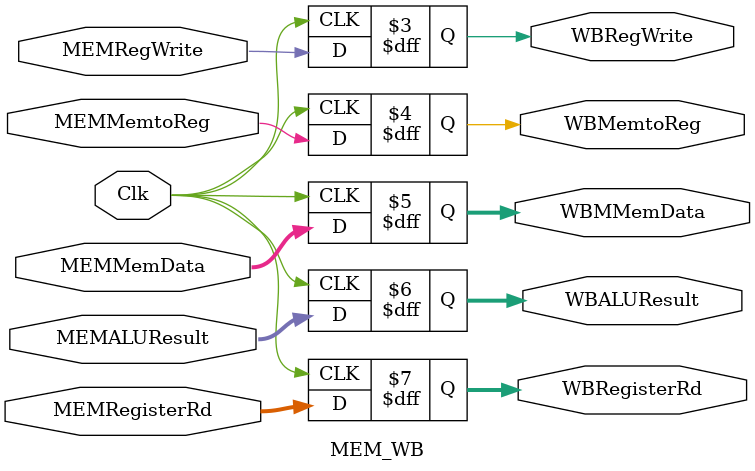
<source format=v>
`ifndef MODULE_MEM_WB
`define MODULE_MEM_WB
`timescale 1ns / 1ps

module MEM_WB(
    input Clk,
    input MEMRegWrite,
    output reg WBRegWrite,
    input MEMMemtoReg,
    output reg WBMemtoReg,
    input [31:0] MEMMemData,
    output reg [31:0] WBMMemData,
    input [31:0] MEMALUResult,
    output reg [31:0] WBALUResult,
    input [4:0] MEMRegisterRd,
    output reg [4:0] WBRegisterRd
    );

    initial begin
        WBRegWrite = 1'b0;
        WBMemtoReg = 1'b0; 
        WBMMemData = 32'b0;
        WBALUResult = 32'b0;
        WBRegisterRd = 5'b0;
    end

    always @ (posedge Clk) begin
        WBRegWrite <= MEMRegWrite;
        WBMemtoReg <= MEMMemtoReg;
        WBMMemData <= MEMMemData;
        WBALUResult <= MEMALUResult;
        WBRegisterRd <= MEMRegisterRd;
    end
    
endmodule

`endif
</source>
